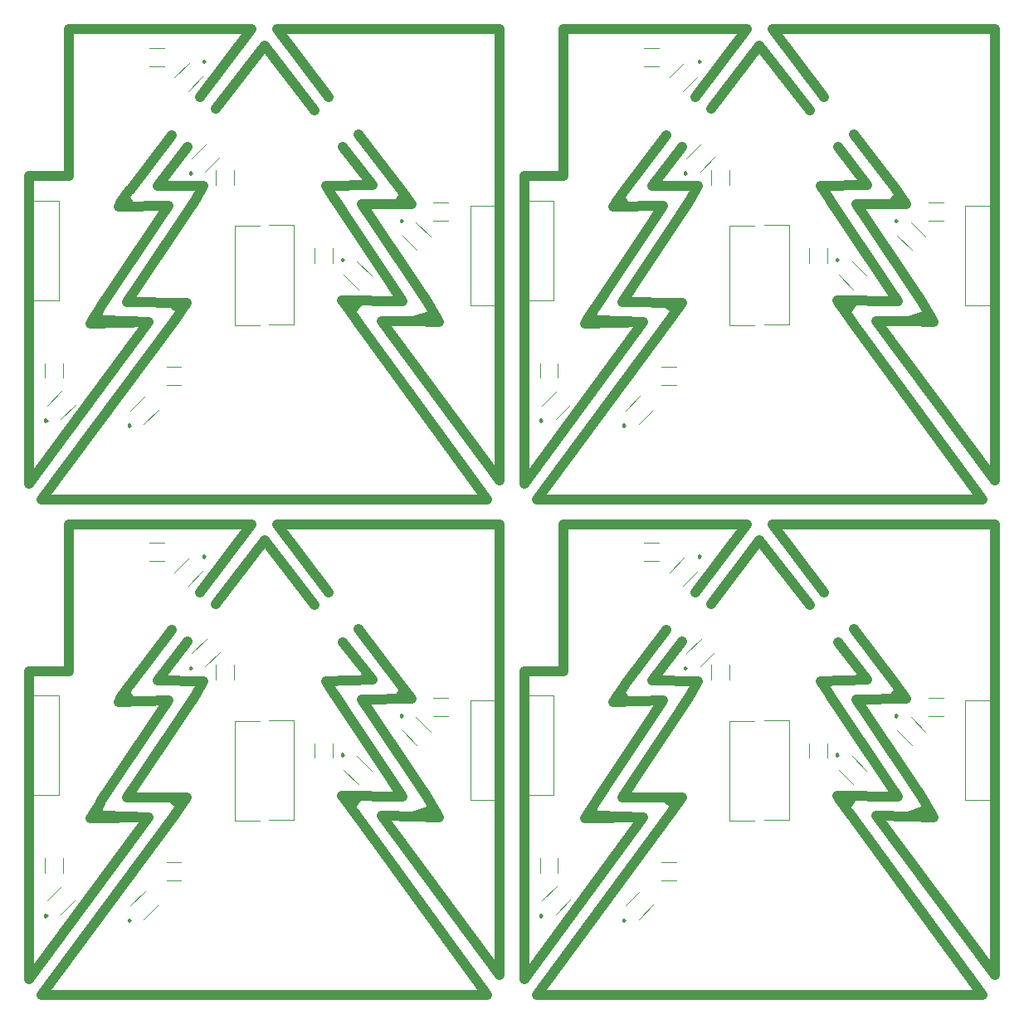
<source format=gbo>
G04*
G04 #@! TF.GenerationSoftware,Altium Limited,Altium Designer,23.1.1 (15)*
G04*
G04 Layer_Color=32896*
%FSLAX25Y25*%
%MOIN*%
G70*
G04*
G04 #@! TF.SameCoordinates,F91F9CD3-C7A0-4A43-B12F-26B318A194AE*
G04*
G04*
G04 #@! TF.FilePolarity,Positive*
G04*
G01*
G75*
%ADD19C,0.00000*%
%ADD25C,0.00984*%
%ADD26C,0.03937*%
D19*
X146051Y130780D02*
X151897Y136626D01*
X140622Y136208D02*
X146469Y142055D01*
X155118Y153740D02*
X161024D01*
X155118Y146457D02*
X161024D01*
X100000Y229921D02*
X115748D01*
X262402Y219685D02*
X268307D01*
X231681Y196189D02*
X237527Y190342D01*
X226252Y190760D02*
X232099Y184914D01*
X165229Y237586D02*
X171075Y243433D01*
X170657Y232158D02*
X176504Y238004D01*
X196394Y170709D02*
X206394D01*
Y210709D01*
X196394D02*
X206394D01*
X182583Y170394D02*
X192583D01*
X182583D02*
Y210394D01*
X192583D01*
X221850Y195472D02*
Y201378D01*
X214567Y195472D02*
Y201378D01*
X175000Y226969D02*
Y232874D01*
X182283Y226969D02*
Y232874D01*
X107188Y138207D02*
X113034Y144053D01*
X112616Y132778D02*
X118462Y138624D01*
X163768Y264638D02*
X169614Y270484D01*
X158339Y270067D02*
X164185Y275913D01*
X255303Y211937D02*
X261149Y206090D01*
X249874Y206508D02*
X255721Y200662D01*
X101906Y220551D02*
X111906D01*
Y180551D02*
Y220551D01*
X101906Y180551D02*
X111906D01*
X277071Y218583D02*
X287071D01*
X277071Y178583D02*
Y218583D01*
Y178583D02*
X287071D01*
X113583Y149349D02*
Y155254D01*
X106299Y149349D02*
Y155254D01*
X148228Y281890D02*
X154134D01*
X148228Y274606D02*
X154134D01*
X262402Y212402D02*
X268307D01*
X104653Y100649D02*
X284055Y100000D01*
X288976Y288976D02*
X289076Y107484D01*
X200394Y288976D02*
X288976D01*
X115748Y229921D02*
Y288976D01*
X344870Y130780D02*
X350716Y136626D01*
X339441Y136208D02*
X345287Y142055D01*
X353937Y153740D02*
X359842D01*
X353937Y146457D02*
X359842D01*
X298819Y229921D02*
X314567D01*
X461221Y219685D02*
X467126D01*
X430500Y196189D02*
X436346Y190342D01*
X425071Y190760D02*
X430918Y184914D01*
X364048Y237586D02*
X369894Y243433D01*
X369476Y232158D02*
X375322Y238004D01*
X395213Y170709D02*
X405213D01*
Y210709D01*
X395213D02*
X405213D01*
X381402Y170394D02*
X391402D01*
X381402D02*
Y210394D01*
X391402D01*
X420669Y195472D02*
Y201378D01*
X413386Y195472D02*
Y201378D01*
X373819Y226969D02*
Y232874D01*
X381102Y226969D02*
Y232874D01*
X306007Y138207D02*
X311853Y144053D01*
X311435Y132778D02*
X317281Y138624D01*
X362586Y264638D02*
X368433Y270484D01*
X357158Y270067D02*
X363004Y275913D01*
X454122Y211937D02*
X459968Y206090D01*
X448693Y206508D02*
X454539Y200662D01*
X300724Y220551D02*
X310724D01*
Y180551D02*
Y220551D01*
X300724Y180551D02*
X310724D01*
X475890Y218583D02*
X485890D01*
X475890Y178583D02*
Y218583D01*
Y178583D02*
X485890D01*
X312402Y149349D02*
Y155254D01*
X305118Y149349D02*
Y155254D01*
X347047Y281890D02*
X352953D01*
X347047Y274606D02*
X352953D01*
X461221Y212402D02*
X467126D01*
X303472Y100649D02*
X482874Y100000D01*
X487795Y288976D02*
X487895Y107484D01*
X399213Y288976D02*
X487795D01*
X314567Y229921D02*
Y288976D01*
X146051Y329599D02*
X151897Y335445D01*
X140622Y335027D02*
X146469Y340874D01*
X155118Y352559D02*
X161024D01*
X155118Y345276D02*
X161024D01*
X100000Y428740D02*
X115748D01*
X262402Y418504D02*
X268307D01*
X231681Y395007D02*
X237527Y389161D01*
X226252Y389579D02*
X232099Y383733D01*
X165229Y436405D02*
X171075Y442251D01*
X170657Y430977D02*
X176504Y436823D01*
X196394Y369528D02*
X206394D01*
Y409528D01*
X196394D02*
X206394D01*
X182583Y369213D02*
X192583D01*
X182583D02*
Y409213D01*
X192583D01*
X221850Y394291D02*
Y400197D01*
X214567Y394291D02*
Y400197D01*
X175000Y425787D02*
Y431693D01*
X182283Y425787D02*
Y431693D01*
X107188Y337026D02*
X113034Y342872D01*
X112616Y331597D02*
X118462Y337443D01*
X163768Y463457D02*
X169614Y469303D01*
X158339Y468886D02*
X164185Y474732D01*
X255303Y410755D02*
X261149Y404909D01*
X249874Y405327D02*
X255721Y399481D01*
X101906Y419370D02*
X111906D01*
Y379370D02*
Y419370D01*
X101906Y379370D02*
X111906D01*
X277071Y417402D02*
X287071D01*
X277071Y377402D02*
Y417402D01*
Y377402D02*
X287071D01*
X113583Y348168D02*
Y354073D01*
X106299Y348168D02*
Y354073D01*
X148228Y480709D02*
X154134D01*
X148228Y473425D02*
X154134D01*
X262402Y411221D02*
X268307D01*
X104653Y299468D02*
X284055Y298819D01*
X288976Y487795D02*
X289076Y306303D01*
X200394Y487795D02*
X288976D01*
X115748Y428740D02*
Y487795D01*
X344870Y329599D02*
X350716Y335445D01*
X339441Y335027D02*
X345287Y340874D01*
X353937Y352559D02*
X359842D01*
X353937Y345276D02*
X359842D01*
X298819Y428740D02*
X314567D01*
X461221Y418504D02*
X467126D01*
X430500Y395007D02*
X436346Y389161D01*
X425071Y389579D02*
X430918Y383733D01*
X364048Y436405D02*
X369894Y442251D01*
X369476Y430977D02*
X375322Y436823D01*
X395213Y369528D02*
X405213D01*
Y409528D01*
X395213D02*
X405213D01*
X381402Y369213D02*
X391402D01*
X381402D02*
Y409213D01*
X391402D01*
X420669Y394291D02*
Y400197D01*
X413386Y394291D02*
Y400197D01*
X373819Y425787D02*
Y431693D01*
X381102Y425787D02*
Y431693D01*
X306007Y337026D02*
X311853Y342872D01*
X311435Y331597D02*
X317281Y337443D01*
X362586Y463457D02*
X368433Y469303D01*
X357158Y468886D02*
X363004Y474732D01*
X454122Y410755D02*
X459968Y404909D01*
X448693Y405327D02*
X454539Y399481D01*
X300724Y419370D02*
X310724D01*
Y379370D02*
Y419370D01*
X300724Y379370D02*
X310724D01*
X475890Y417402D02*
X485890D01*
X475890Y377402D02*
Y417402D01*
Y377402D02*
X485890D01*
X312402Y348168D02*
Y354073D01*
X305118Y348168D02*
Y354073D01*
X347047Y480709D02*
X352953D01*
X347047Y473425D02*
X352953D01*
X461221Y411221D02*
X467126D01*
X303472Y299468D02*
X482874Y298819D01*
X487795Y487795D02*
X487895Y306303D01*
X399213Y487795D02*
X487795D01*
X314567Y428740D02*
Y487795D01*
D25*
X140558Y130223D02*
X139820Y130649D01*
Y129797D01*
X140558Y130223D01*
X107123Y132221D02*
X106385Y132648D01*
Y131795D01*
X107123Y132221D01*
X170663Y276470D02*
X169924Y276896D01*
Y276044D01*
X170663Y276470D01*
X249810Y212493D02*
X249072Y212919D01*
Y212067D01*
X249810Y212493D01*
X165164Y231601D02*
X164426Y232027D01*
Y231175D01*
X165164Y231601D01*
X226188Y196745D02*
X225450Y197171D01*
Y196319D01*
X226188Y196745D01*
X339377Y130223D02*
X338638Y130649D01*
Y129797D01*
X339377Y130223D01*
X305942Y132221D02*
X305204Y132648D01*
Y131795D01*
X305942Y132221D01*
X369482Y276470D02*
X368743Y276896D01*
Y276044D01*
X369482Y276470D01*
X448629Y212493D02*
X447891Y212919D01*
Y212067D01*
X448629Y212493D01*
X363983Y231601D02*
X363245Y232027D01*
Y231175D01*
X363983Y231601D01*
X425007Y196745D02*
X424268Y197171D01*
Y196319D01*
X425007Y196745D01*
X140558Y329042D02*
X139820Y329468D01*
Y328616D01*
X140558Y329042D01*
X107123Y331040D02*
X106385Y331466D01*
Y330614D01*
X107123Y331040D01*
X170663Y475289D02*
X169924Y475715D01*
Y474862D01*
X170663Y475289D01*
X249810Y411312D02*
X249072Y411738D01*
Y410886D01*
X249810Y411312D01*
X165164Y430420D02*
X164426Y430846D01*
Y429994D01*
X165164Y430420D01*
X226188Y395564D02*
X225450Y395990D01*
Y395138D01*
X226188Y395564D01*
X339377Y329042D02*
X338638Y329468D01*
Y328616D01*
X339377Y329042D01*
X305942Y331040D02*
X305204Y331466D01*
Y330614D01*
X305942Y331040D01*
X369482Y475289D02*
X368743Y475715D01*
Y474862D01*
X369482Y475289D01*
X448629Y411312D02*
X447891Y411738D01*
Y410886D01*
X448629Y411312D01*
X363983Y430420D02*
X363245Y430846D01*
Y429994D01*
X363983Y430420D01*
X425007Y395564D02*
X424268Y395990D01*
Y395138D01*
X425007Y395564D01*
D26*
X140423Y224941D02*
X157116Y246894D01*
X168650Y262011D02*
X189370Y289370D01*
X194500Y282902D02*
X214604Y256923D01*
X174963Y257354D02*
X194500Y282902D01*
X151500Y226496D02*
X163483Y242254D01*
X225984Y242126D02*
X237870Y226889D01*
X230906Y173228D02*
X284055Y100394D01*
X222850Y220766D02*
X249999Y180042D01*
X139371Y179648D02*
X166520Y220372D01*
X104921Y100394D02*
X158071Y172244D01*
X219094Y226378D02*
X237870Y226889D01*
X219094Y226378D02*
X222689Y221007D01*
X151500Y226496D02*
X169882Y226378D01*
X166520Y220372D02*
X169882Y226378D01*
X139371Y179648D02*
X162598Y179528D01*
X158071Y172244D02*
X163386Y179528D01*
X226772Y178740D02*
X231496Y172441D01*
X225590Y180315D02*
X226772Y178740D01*
X225590Y180315D02*
X249999Y180042D01*
X104921Y100394D02*
X284055D01*
X229922Y177252D02*
X231843Y179594D01*
X158172Y178769D02*
X160630Y176772D01*
X128734Y177895D02*
X155884Y218619D01*
X100000Y106693D02*
X147867Y171771D01*
X100000Y106693D02*
Y230315D01*
X115748D01*
Y289370D01*
X189370D01*
X199606D02*
X288976D01*
Y108268D02*
Y289370D01*
X241503Y172165D02*
X288976Y108268D01*
X241503Y172165D02*
X255512Y172047D01*
X233486Y219012D02*
X259449Y180315D01*
X232254Y247288D02*
X248947Y225335D01*
X199606Y289370D02*
X220326Y262011D01*
X233486Y219012D02*
X253543Y219291D01*
X248947Y225335D02*
X253543Y219291D01*
X249096Y220708D02*
X251245Y222313D01*
X259449Y180315D02*
X264173Y172441D01*
X254331Y172047D02*
X264567Y171653D01*
X254331Y172047D02*
X260831Y174245D01*
X136614Y219685D02*
X140256Y224722D01*
X135827Y218110D02*
X155884Y218619D01*
X138976Y220866D02*
X140551Y218504D01*
X125197Y172441D02*
X128438Y177450D01*
X124409Y171260D02*
X147867Y171771D01*
X129987Y172331D02*
X147867Y171771D01*
X127559Y174016D02*
X128740Y172047D01*
X339242Y224941D02*
X355935Y246894D01*
X367469Y262011D02*
X388189Y289370D01*
X393319Y282902D02*
X413423Y256923D01*
X373782Y257354D02*
X393319Y282902D01*
X350319Y226496D02*
X362302Y242254D01*
X424803Y242126D02*
X436689Y226889D01*
X429724Y173228D02*
X482874Y100394D01*
X421669Y220766D02*
X448818Y180042D01*
X338189Y179648D02*
X365339Y220372D01*
X303740Y100394D02*
X356890Y172244D01*
X417913Y226378D02*
X436689Y226889D01*
X417913Y226378D02*
X421508Y221007D01*
X350319Y226496D02*
X368701Y226378D01*
X365339Y220372D02*
X368701Y226378D01*
X338189Y179648D02*
X361417Y179528D01*
X356890Y172244D02*
X362205Y179528D01*
X425591Y178740D02*
X430315Y172441D01*
X424409Y180315D02*
X425591Y178740D01*
X424409Y180315D02*
X448818Y180042D01*
X303740Y100394D02*
X482874D01*
X428741Y177252D02*
X430662Y179594D01*
X356991Y178769D02*
X359449Y176772D01*
X327553Y177895D02*
X354703Y218619D01*
X298819Y106693D02*
X346686Y171771D01*
X298819Y106693D02*
Y230315D01*
X314567D01*
Y289370D01*
X388189D01*
X398425D02*
X487795D01*
Y108268D02*
Y289370D01*
X440322Y172165D02*
X487795Y108268D01*
X440322Y172165D02*
X454331Y172047D01*
X432305Y219012D02*
X458268Y180315D01*
X431073Y247288D02*
X447766Y225335D01*
X398425Y289370D02*
X419145Y262011D01*
X432305Y219012D02*
X452362Y219291D01*
X447766Y225335D02*
X452362Y219291D01*
X447915Y220708D02*
X450064Y222313D01*
X458268Y180315D02*
X462992Y172441D01*
X453150Y172047D02*
X463386Y171653D01*
X453150Y172047D02*
X459650Y174245D01*
X335433Y219685D02*
X339075Y224722D01*
X334646Y218110D02*
X354703Y218619D01*
X337795Y220866D02*
X339370Y218504D01*
X324016Y172441D02*
X327257Y177450D01*
X323228Y171260D02*
X346686Y171771D01*
X328806Y172331D02*
X346686Y171771D01*
X326378Y174016D02*
X327559Y172047D01*
X140423Y423760D02*
X157116Y445713D01*
X168650Y460829D02*
X189370Y488189D01*
X194500Y481721D02*
X214604Y455742D01*
X174963Y456173D02*
X194500Y481721D01*
X151500Y425315D02*
X163483Y441073D01*
X225984Y440945D02*
X237870Y425708D01*
X230906Y372047D02*
X284055Y299213D01*
X222850Y419585D02*
X249999Y378861D01*
X139371Y378467D02*
X166520Y419191D01*
X104921Y299213D02*
X158071Y371063D01*
X219094Y425197D02*
X237870Y425708D01*
X219094Y425197D02*
X222689Y419826D01*
X151500Y425315D02*
X169882Y425197D01*
X166520Y419191D02*
X169882Y425197D01*
X139371Y378467D02*
X162598Y378346D01*
X158071Y371063D02*
X163386Y378346D01*
X226772Y377559D02*
X231496Y371260D01*
X225590Y379134D02*
X226772Y377559D01*
X225590Y379134D02*
X249999Y378861D01*
X104921Y299213D02*
X284055D01*
X229922Y376071D02*
X231843Y378413D01*
X158172Y377588D02*
X160630Y375590D01*
X128734Y376713D02*
X155884Y417438D01*
X100000Y305512D02*
X147867Y370590D01*
X100000Y305512D02*
Y429134D01*
X115748D01*
Y488189D01*
X189370D01*
X199606D02*
X288976D01*
Y307087D02*
Y488189D01*
X241503Y370984D02*
X288976Y307087D01*
X241503Y370984D02*
X255512Y370866D01*
X233486Y417831D02*
X259449Y379134D01*
X232254Y446106D02*
X248947Y424154D01*
X199606Y488189D02*
X220326Y460829D01*
X233486Y417831D02*
X253543Y418110D01*
X248947Y424154D02*
X253543Y418110D01*
X249096Y419527D02*
X251245Y421132D01*
X259449Y379134D02*
X264173Y371260D01*
X254331Y370866D02*
X264567Y370472D01*
X254331Y370866D02*
X260831Y373064D01*
X136614Y418504D02*
X140256Y423541D01*
X135827Y416929D02*
X155884Y417438D01*
X138976Y419685D02*
X140551Y417323D01*
X125197Y371260D02*
X128438Y376269D01*
X124409Y370079D02*
X147867Y370590D01*
X129987Y371150D02*
X147867Y370590D01*
X127559Y372835D02*
X128740Y370866D01*
X339242Y423760D02*
X355935Y445713D01*
X367469Y460829D02*
X388189Y488189D01*
X393319Y481721D02*
X413423Y455742D01*
X373782Y456173D02*
X393319Y481721D01*
X350319Y425315D02*
X362302Y441073D01*
X424803Y440945D02*
X436689Y425708D01*
X429724Y372047D02*
X482874Y299213D01*
X421669Y419585D02*
X448818Y378861D01*
X338189Y378467D02*
X365339Y419191D01*
X303740Y299213D02*
X356890Y371063D01*
X417913Y425197D02*
X436689Y425708D01*
X417913Y425197D02*
X421508Y419826D01*
X350319Y425315D02*
X368701Y425197D01*
X365339Y419191D02*
X368701Y425197D01*
X338189Y378467D02*
X361417Y378346D01*
X356890Y371063D02*
X362205Y378346D01*
X425591Y377559D02*
X430315Y371260D01*
X424409Y379134D02*
X425591Y377559D01*
X424409Y379134D02*
X448818Y378861D01*
X303740Y299213D02*
X482874D01*
X428741Y376071D02*
X430662Y378413D01*
X356991Y377588D02*
X359449Y375590D01*
X327553Y376713D02*
X354703Y417438D01*
X298819Y305512D02*
X346686Y370590D01*
X298819Y305512D02*
Y429134D01*
X314567D01*
Y488189D01*
X388189D01*
X398425D02*
X487795D01*
Y307087D02*
Y488189D01*
X440322Y370984D02*
X487795Y307087D01*
X440322Y370984D02*
X454331Y370866D01*
X432305Y417831D02*
X458268Y379134D01*
X431073Y446106D02*
X447766Y424154D01*
X398425Y488189D02*
X419145Y460829D01*
X432305Y417831D02*
X452362Y418110D01*
X447766Y424154D02*
X452362Y418110D01*
X447915Y419527D02*
X450064Y421132D01*
X458268Y379134D02*
X462992Y371260D01*
X453150Y370866D02*
X463386Y370472D01*
X453150Y370866D02*
X459650Y373064D01*
X335433Y418504D02*
X339075Y423541D01*
X334646Y416929D02*
X354703Y417438D01*
X337795Y419685D02*
X339370Y417323D01*
X324016Y371260D02*
X327257Y376269D01*
X323228Y370079D02*
X346686Y370590D01*
X328806Y371150D02*
X346686Y370590D01*
X326378Y372835D02*
X327559Y370866D01*
M02*

</source>
